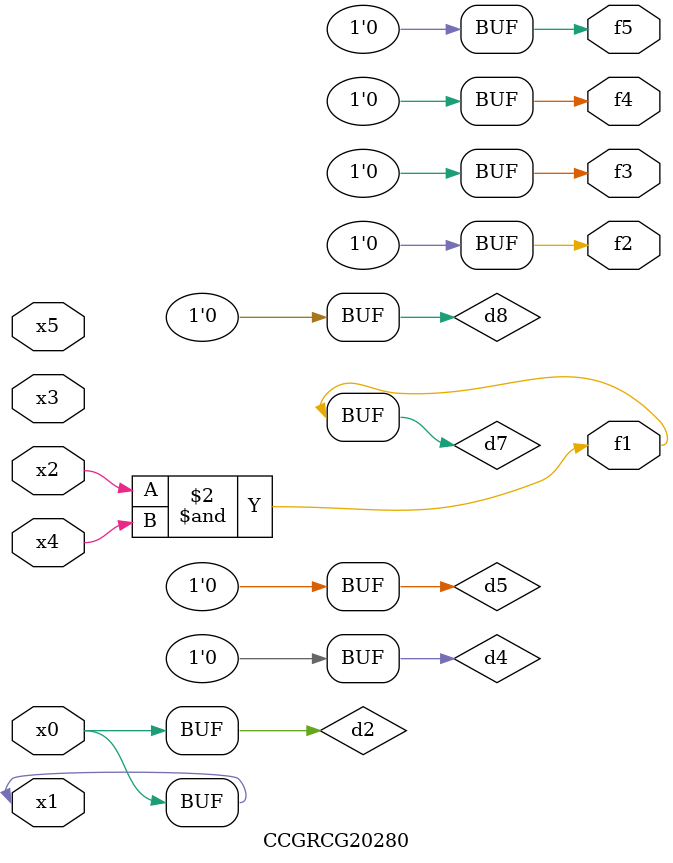
<source format=v>
module CCGRCG20280(
	input x0, x1, x2, x3, x4, x5,
	output f1, f2, f3, f4, f5
);

	wire d1, d2, d3, d4, d5, d6, d7, d8, d9;

	nand (d1, x1);
	buf (d2, x0, x1);
	nand (d3, x2, x4);
	and (d4, d1, d2);
	and (d5, d1, d2);
	nand (d6, d1, d3);
	not (d7, d3);
	xor (d8, d5);
	nor (d9, d5, d6);
	assign f1 = d7;
	assign f2 = d8;
	assign f3 = d8;
	assign f4 = d8;
	assign f5 = d8;
endmodule

</source>
